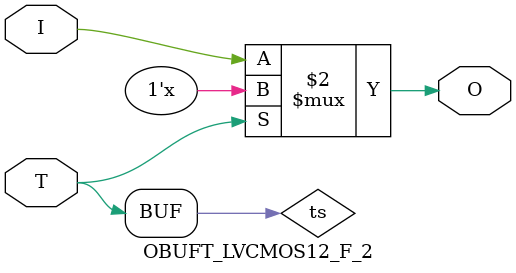
<source format=v>

/*

FUNCTION	: TRI-STATE OUTPUT BUFFER

*/

`celldefine
`timescale  100 ps / 10 ps

module OBUFT_LVCMOS12_F_2 (O, I, T);

    output O;

    input  I, T;

    or O1 (ts, 1'b0, T);
    bufif0 T1 (O, I, ts);

endmodule

</source>
